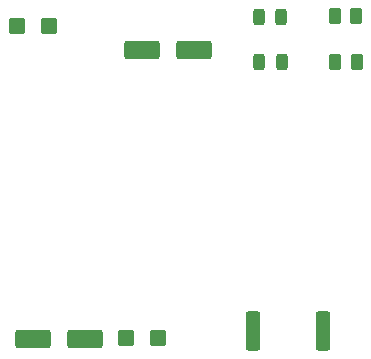
<source format=gbr>
%TF.GenerationSoftware,KiCad,Pcbnew,7.0.7*%
%TF.CreationDate,2023-08-27T17:08:45+10:00*%
%TF.ProjectId,PowerSupply,506f7765-7253-4757-9070-6c792e6b6963,rev?*%
%TF.SameCoordinates,Original*%
%TF.FileFunction,Paste,Top*%
%TF.FilePolarity,Positive*%
%FSLAX46Y46*%
G04 Gerber Fmt 4.6, Leading zero omitted, Abs format (unit mm)*
G04 Created by KiCad (PCBNEW 7.0.7) date 2023-08-27 17:08:45*
%MOMM*%
%LPD*%
G01*
G04 APERTURE LIST*
G04 Aperture macros list*
%AMRoundRect*
0 Rectangle with rounded corners*
0 $1 Rounding radius*
0 $2 $3 $4 $5 $6 $7 $8 $9 X,Y pos of 4 corners*
0 Add a 4 corners polygon primitive as box body*
4,1,4,$2,$3,$4,$5,$6,$7,$8,$9,$2,$3,0*
0 Add four circle primitives for the rounded corners*
1,1,$1+$1,$2,$3*
1,1,$1+$1,$4,$5*
1,1,$1+$1,$6,$7*
1,1,$1+$1,$8,$9*
0 Add four rect primitives between the rounded corners*
20,1,$1+$1,$2,$3,$4,$5,0*
20,1,$1+$1,$4,$5,$6,$7,0*
20,1,$1+$1,$6,$7,$8,$9,0*
20,1,$1+$1,$8,$9,$2,$3,0*%
G04 Aperture macros list end*
%ADD10RoundRect,0.250000X-0.262500X-0.450000X0.262500X-0.450000X0.262500X0.450000X-0.262500X0.450000X0*%
%ADD11RoundRect,0.243750X0.243750X0.456250X-0.243750X0.456250X-0.243750X-0.456250X0.243750X-0.456250X0*%
%ADD12RoundRect,0.250000X-0.362500X-1.425000X0.362500X-1.425000X0.362500X1.425000X-0.362500X1.425000X0*%
%ADD13RoundRect,0.250000X-1.250000X-0.550000X1.250000X-0.550000X1.250000X0.550000X-1.250000X0.550000X0*%
%ADD14RoundRect,0.250000X1.250000X0.550000X-1.250000X0.550000X-1.250000X-0.550000X1.250000X-0.550000X0*%
%ADD15RoundRect,0.250000X0.450000X0.425000X-0.450000X0.425000X-0.450000X-0.425000X0.450000X-0.425000X0*%
G04 APERTURE END LIST*
D10*
%TO.C,R1*%
X177387500Y-89250000D03*
X179212500Y-89250000D03*
%TD*%
D11*
%TO.C,D3*%
X172877500Y-93130000D03*
X171002500Y-93130000D03*
%TD*%
D12*
%TO.C,R2*%
X170497500Y-115850000D03*
X176422500Y-115850000D03*
%TD*%
D13*
%TO.C,C7*%
X151830000Y-116520000D03*
X156230000Y-116520000D03*
%TD*%
D14*
%TO.C,C3*%
X165460000Y-92110000D03*
X161060000Y-92110000D03*
%TD*%
D15*
%TO.C,C6*%
X162380000Y-116500000D03*
X159680000Y-116500000D03*
%TD*%
D11*
%TO.C,D1*%
X172857500Y-89320000D03*
X170982500Y-89320000D03*
%TD*%
D10*
%TO.C,R3*%
X177407500Y-93130000D03*
X179232500Y-93130000D03*
%TD*%
D15*
%TO.C,C2*%
X153187500Y-90060000D03*
X150487500Y-90060000D03*
%TD*%
M02*

</source>
